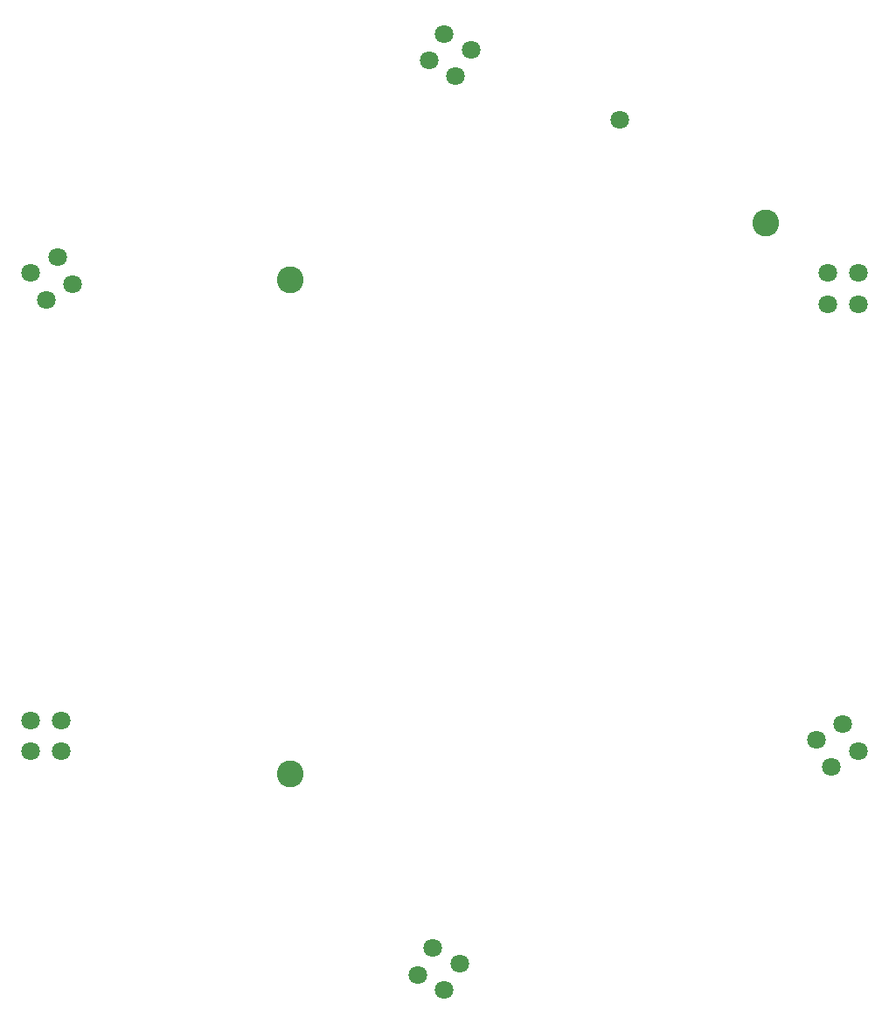
<source format=gbr>
G04 ================== begin FILE IDENTIFICATION RECORD ==================*
G04 Layout Name:  H:/JJL/PROJ/GS-Respeaker-Adapter/DESIGN/Adapter-Rev01.brd*
G04 Film Name:    SixMicAdapter-SMASK_BOT-L2-20200424*
G04 File Format:  Gerber RS274X*
G04 File Origin:  Cadence Allegro 16.6-2015-S108*
G04 Origin Date:  Fri Apr 24 13:42:38 2020*
G04 *
G04 Layer:  VIA CLASS/SOLDERMASK_BOTTOM*
G04 Layer:  PIN/SOLDERMASK_BOTTOM*
G04 Layer:  PACKAGE GEOMETRY/SOLDERMASK_BOTTOM*
G04 Layer:  MANUFACTURING/SMB_FILM*
G04 Layer:  MANUFACTURING/ALL_FILM*
G04 Layer:  ETCH/WIRE*
G04 Layer:  DRC ERROR CLASS/SOLDERMASK_BOTTOM*
G04 Layer:  BOARD GEOMETRY/SOLDERMASK_BOTTOM*
G04 *
G04 Offset:    (0.0000 0.0000)*
G04 Mirror:    No*
G04 Mode:      Positive*
G04 Rotation:  0*
G04 FullContactRelief:  No*
G04 UndefLineWidth:     0.0010*
G04 ================== end FILE IDENTIFICATION RECORD ====================*
%FSLAX35Y35*MOMM*%
%IR0*IPPOS*OFA0.00000B0.00000*MIA0B0*SFA1.00000B1.00000*%
%ADD11C,2.6*%
%ADD10C,1.8*%
%LPD*%
G75*
G54D10*
X-3709700Y-2015000D03*
X-4009700D03*
Y-2315000D03*
X-3709700D03*
X-3859700Y2055190D03*
X-4009700Y2315000D03*
X-3599890Y2205190D03*
X-3749890Y2465000D03*
X0Y-4630000D03*
X-109810Y-4220190D03*
X-259810Y-4480000D03*
X-150000Y4370190D03*
X0Y4630000D03*
X150000Y-4370190D03*
X109810Y4220190D03*
X259810Y4480000D03*
X1700000Y3800000D03*
X3599890Y-2205200D03*
X3749890Y-2465000D03*
X3859700Y-2055200D03*
X4009700Y-2315000D03*
Y2315000D03*
X3709700D03*
Y2015000D03*
X4009700D03*
G54D11*
X-1490000Y-2538340D03*
Y2251660D03*
X3110000Y2801660D03*
M02*

</source>
